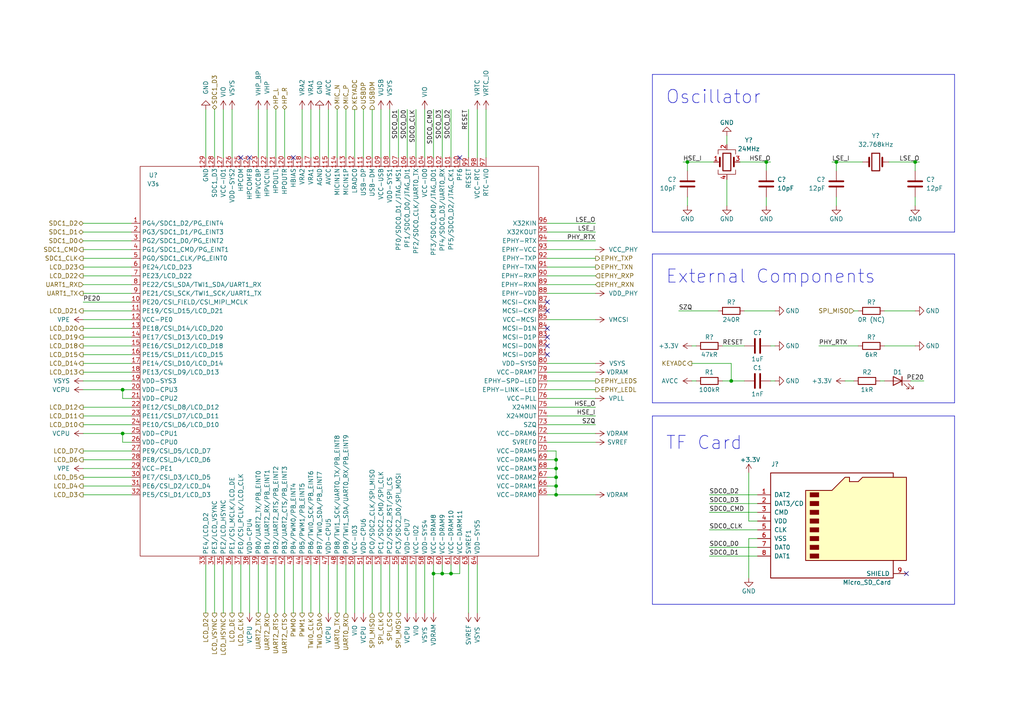
<source format=kicad_sch>
(kicad_sch (version 20230121) (generator eeschema)
  (paper "A4")
  (title_block (title "Allwinner V3s") (date "2023-08-02") (rev "1.0.1"))
  (lib_symbols
    (symbol "Connector:Micro_SD_Card" (pin_names (offset 1.016))
      (property "Reference" "J" (at -16.51 15.24 0))
      (property "Value" "Micro_SD_Card" (at 16.51 15.24 0))
      (symbol "Micro_SD_Card_1_1"
        (pin bidirectional line (at -22.86 7.62 0) (length 3.81) (name "DAT2") (number "1"))
        (pin bidirectional line (at -22.86 5.08 0) (length 3.81) (name "DAT3/CD") (number "2"))
        (pin input line (at -22.86 2.54 0) (length 3.81) (name "CMD") (number "3"))
        (pin power_in line (at -22.86 0 0) (length 3.81) (name "VDD") (number "4"))
        (pin input line (at -22.86 -2.54 0) (length 3.81) (name "CLK") (number "5"))
        (pin power_in line (at -22.86 -5.08 0) (length 3.81) (name "VSS") (number "6"))
        (pin bidirectional line (at -22.86 -7.62 0) (length 3.81) (name "DAT0") (number "7"))
        (pin bidirectional line (at -22.86 -10.16 0) (length 3.81) (name "DAT1") (number "8"))
        (pin passive line (at 20.32 -15.24 180) (length 3.81) (name "SHIELD") (number "9"))
      )
    )
    (symbol "Device:C" (pin_numbers hide) (pin_names (offset 0.254))
      (property "Reference" "C" (at 0.635 2.54 0))
      (property "Value" "C" (at 0.635 -2.54 0))
      (symbol "C_1_1"
        (pin passive line (at 0 3.81 270) (length 2.794) (name "~") (number "1"))
        (pin passive line (at 0 -3.81 90) (length 2.794) (name "~") (number "2"))
      )
    )
    (symbol "Device:Crystal" (pin_numbers hide) (pin_names (offset 1.016) hide)
      (property "Reference" "Y" (at 0 3.81 0))
      (property "Value" "Crystal" (at 0 -3.81 0))
      (symbol "Crystal_1_1"
        (pin passive line (at -3.81 0 0) (length 1.27) (name "1") (number "1"))
        (pin passive line (at 3.81 0 180) (length 1.27) (name "2") (number "2"))
      )
    )
    (symbol "Device:Crystal_GND24" (pin_names (offset 1.016) hide)
      (property "Reference" "Y" (at 3.175 5.08 0))
      (property "Value" "Crystal_GND24" (at 3.175 3.175 0))
      (symbol "Crystal_GND24_1_1"
        (pin passive line (at -3.81 0 0) (length 1.27) (name "1") (number "1"))
        (pin passive line (at 0 5.08 270) (length 1.27) (name "2") (number "2"))
        (pin passive line (at 3.81 0 180) (length 1.27) (name "3") (number "3"))
        (pin passive line (at 0 -5.08 90) (length 1.27) (name "4") (number "4"))
      )
    )
    (symbol "Device:LED" (pin_numbers hide) (pin_names (offset 1.016) hide)
      (property "Reference" "D" (at 0 2.54 0))
      (property "Value" "LED" (at 0 -2.54 0))
      (symbol "LED_1_1"
        (pin passive line (at -3.81 0 0) (length 2.54) (name "K") (number "1"))
        (pin passive line (at 3.81 0 180) (length 2.54) (name "A") (number "2"))
      )
    )
    (symbol "Device:R" (pin_numbers hide) (pin_names (offset 0))
      (property "Reference" "R" (at 2.032 0 90))
      (property "Value" "R" (at 0 0 90))
      (symbol "R_1_1"
        (pin passive line (at 0 3.81 270) (length 1.27) (name "~") (number "1"))
        (pin passive line (at 0 -3.81 90) (length 1.27) (name "~") (number "2"))
      )
    )
    (symbol "power:+3.3V" (power) (pin_names (offset 0))
      (property "Value" "+3.3V" (at 0 3.556 0))
      (symbol "+3.3V_1_1"
        (pin power_in line (at 0 0 90) (length 0) hide (name "+3.3V") (number "1"))
      )
    )
    (symbol "power:GND" (power) (pin_names (offset 0))
      (property "Value" "GND" (at 0 -3.81 0))
      (symbol "GND_1_1"
        (pin power_in line (at 0 0 270) (length 0) hide (name "GND") (number "1"))
      )
    )
    (symbol "v3s_library:AVCC" (power) (in_bom no) (on_board no)
      (property "Value" "AVCC" (at 0 3.556 0))
      (symbol "AVCC_1_1"
        (pin power_in line (at 0 0 90) (length 0) hide (name "AVCC") (number "1"))
      )
    )
    (symbol "v3s_library:SVREF" (power) (in_bom no) (on_board no)
      (property "Value" "SVREF" (at 0 3.556 0))
      (symbol "SVREF_1_1"
        (pin power_in line (at 0 0 90) (length 0) hide (name "SVREF") (number "1"))
      )
    )
    (symbol "v3s_library:V3s"
      (property "Reference" "U" (at 2.54 109.22 0))
      (property "Value" "V3s" (at 3.81 105.41 0))
      (symbol "V3s_0_0"
        (pin bidirectional line (at -2.54 73.66 0) (length 2.54) (name "PE20/CSI_FIELD/CSI_MIPI_MCLK") (number "10"))
        (pin bidirectional line (at 92.71 115.57 270) (length 2.54) (name "PF6") (number "100"))
        (pin bidirectional line (at 90.17 115.57 270) (length 2.54) (name "PF5/SDC0_D2/JTAG_CK1") (number "101"))
        (pin bidirectional line (at 87.63 115.57 270) (length 2.54) (name "PF4/SDC0_D3/UART0_RX") (number "102"))
        (pin bidirectional line (at 85.09 115.57 270) (length 2.54) (name "PF3/SDC0_CMD/JTAG_DO1") (number "103"))
        (pin power_in line (at 82.55 115.57 270) (length 2.54) (name "VCC-IO0") (number "104"))
        (pin bidirectional line (at 80.01 115.57 270) (length 2.54) (name "PF2/SDC0_CLK/UART0_TX") (number "105"))
        (pin bidirectional line (at 77.47 115.57 270) (length 2.54) (name "PF1/SDC0_D0/JTAG_DI1") (number "106"))
        (pin bidirectional line (at 74.93 115.57 270) (length 2.54) (name "PF0/SDC0_D1/JTAG_MS1") (number "107"))
        (pin power_in line (at 72.39 115.57 270) (length 2.54) (name "VDD-SYS1") (number "108"))
        (pin power_in line (at 69.85 115.57 270) (length 2.54) (name "VCC-USB") (number "109"))
        (pin bidirectional line (at -2.54 71.12 0) (length 2.54) (name "PE19/CSI_D15/LCD_D21") (number "11"))
        (pin bidirectional line (at 67.31 115.57 270) (length 2.54) (name "USB-DM") (number "110"))
        (pin bidirectional line (at 64.77 115.57 270) (length 2.54) (name "USB-DP") (number "111"))
        (pin passive line (at 62.23 115.57 270) (length 2.54) (name "LRADC0") (number "112"))
        (pin passive line (at 59.69 115.57 270) (length 2.54) (name "MICIN1P") (number "113"))
        (pin passive line (at 57.15 115.57 270) (length 2.54) (name "MICIN1N") (number "114"))
        (pin power_in line (at 54.61 115.57 270) (length 2.54) (name "AVCC") (number "115"))
        (pin power_in line (at 52.07 115.57 270) (length 2.54) (name "AGND") (number "116"))
        (pin power_in line (at 49.53 115.57 270) (length 2.54) (name "VRA1") (number "117"))
        (pin power_in line (at 46.99 115.57 270) (length 2.54) (name "VRA2") (number "118"))
        (pin passive line (at 44.45 115.57 270) (length 2.54) (name "HBIAS") (number "119"))
        (pin power_in line (at -2.54 68.58 0) (length 2.54) (name "VCC-PE0") (number "12"))
        (pin passive line (at 41.91 115.57 270) (length 2.54) (name "HPOUTR") (number "120"))
        (pin passive line (at 39.37 115.57 270) (length 2.54) (name "HPOUTL") (number "121"))
        (pin power_in line (at 36.83 115.57 270) (length 2.54) (name "HPVCCIN") (number "122"))
        (pin power_in line (at 34.29 115.57 270) (length 2.54) (name "HPVCCBP") (number "123"))
        (pin passive line (at 31.75 115.57 270) (length 2.54) (name "HPCOMFB") (number "124"))
        (pin passive line (at 29.21 115.57 270) (length 2.54) (name "HPCOM") (number "125"))
        (pin power_in line (at 26.67 115.57 270) (length 2.54) (name "VDD-SYS2") (number "126"))
        (pin power_in line (at 24.13 115.57 270) (length 2.54) (name "VCC-IO1") (number "127"))
        (pin passive line (at 21.59 115.57 270) (length 2.54) (name "SDC1_D3") (number "128"))
        (pin power_in line (at 19.05 115.57 270) (length 2.54) (name "GND") (number "129"))
        (pin bidirectional line (at -2.54 66.04 0) (length 2.54) (name "PE18/CSI_D14/LCD_D20") (number "13"))
        (pin bidirectional line (at -2.54 63.5 0) (length 2.54) (name "PE17/CSI_D13/LCD_D19") (number "14"))
        (pin bidirectional line (at -2.54 60.96 0) (length 2.54) (name "PE16/CSI_D12/LCD_D18") (number "15"))
        (pin bidirectional line (at -2.54 58.42 0) (length 2.54) (name "PE15/CSI_D11/LCD_D15") (number "16"))
        (pin bidirectional line (at -2.54 55.88 0) (length 2.54) (name "PE14/CSI_D10/LCD_D14") (number "17"))
        (pin bidirectional line (at -2.54 53.34 0) (length 2.54) (name "PE13/CSI_D9/LCD_D13") (number "18"))
        (pin power_in line (at -2.54 50.8 0) (length 2.54) (name "VDD-SYS3") (number "19"))
        (pin bidirectional line (at -2.54 93.98 0) (length 2.54) (name "PG3/SDC1_D1/PG_EINT3") (number "2"))
        (pin power_in line (at -2.54 48.26 0) (length 2.54) (name "VDD-CPU3") (number "20"))
        (pin power_in line (at -2.54 45.72 0) (length 2.54) (name "VDD-CPU2") (number "21"))
        (pin bidirectional line (at -2.54 43.18 0) (length 2.54) (name "PE12/CSI_D8/LCD_D12") (number "22"))
        (pin bidirectional line (at -2.54 40.64 0) (length 2.54) (name "PE11/CSI_D7/LCD_D11") (number "23"))
        (pin bidirectional line (at -2.54 38.1 0) (length 2.54) (name "PE10/CSI_D6/LCD_D10") (number "24"))
        (pin power_in line (at -2.54 35.56 0) (length 2.54) (name "VDD-CPU1") (number "25"))
        (pin power_in line (at -2.54 33.02 0) (length 2.54) (name "VDD-CPU0") (number "26"))
        (pin bidirectional line (at -2.54 30.48 0) (length 2.54) (name "PE9/CSI_D5/LCD_D7") (number "27"))
        (pin bidirectional line (at -2.54 27.94 0) (length 2.54) (name "PE8/CSI_D4/LCD_D6") (number "28"))
        (pin power_in line (at -2.54 25.4 0) (length 2.54) (name "VCC-PE1") (number "29"))
        (pin bidirectional line (at -2.54 91.44 0) (length 2.54) (name "PG2/SDC1_D0/PG_EINT2") (number "3"))
        (pin bidirectional line (at -2.54 22.86 0) (length 2.54) (name "PE7/CSI_D3/LCD_D5") (number "30"))
        (pin bidirectional line (at -2.54 20.32 0) (length 2.54) (name "PE6/CSI_D2/LCD_D4") (number "31"))
        (pin bidirectional line (at -2.54 17.78 0) (length 2.54) (name "PE5/CSI_D1/LCD_D3") (number "32"))
        (pin bidirectional line (at 19.05 -2.54 90) (length 2.54) (name "PE4/LCD_D2") (number "33"))
        (pin bidirectional line (at 21.59 -2.54 90) (length 2.54) (name "PE3/LCD_VSYNC") (number "34"))
        (pin bidirectional line (at 24.13 -2.54 90) (length 2.54) (name "PE2/LCD_HSYNC") (number "35"))
        (pin bidirectional line (at 26.67 -2.54 90) (length 2.54) (name "PE1/CSI_MCLK/LCD_DE") (number "36"))
        (pin bidirectional line (at 29.21 -2.54 90) (length 2.54) (name "PE0/CSI_PCLK/LCD_CLK") (number "37"))
        (pin power_in line (at 31.75 -2.54 90) (length 2.54) (name "VDD-CPU4") (number "38"))
        (pin bidirectional line (at 34.29 -2.54 90) (length 2.54) (name "PB0/UART2_TX/PB_EINT0") (number "39"))
        (pin bidirectional line (at -2.54 88.9 0) (length 2.54) (name "PG1/SDC1_CMD/PG_EINT1") (number "4"))
        (pin bidirectional line (at 36.83 -2.54 90) (length 2.54) (name "PB1/UART2_RX/PB_EINT1") (number "40"))
        (pin bidirectional line (at 39.37 -2.54 90) (length 2.54) (name "PB2/UART2_RTS/PB_EINT2") (number "41"))
        (pin bidirectional line (at 41.91 -2.54 90) (length 2.54) (name "PB3/UART2_CTS/PB_EINT3") (number "42"))
        (pin bidirectional line (at 44.45 -2.54 90) (length 2.54) (name "PB4/PWM0/PB_EINT4") (number "43"))
        (pin bidirectional line (at 46.99 -2.54 90) (length 2.54) (name "PB5/PWM1/PB_EINT5") (number "44"))
        (pin bidirectional line (at 49.53 -2.54 90) (length 2.54) (name "PB6/TWI0_SCK/PB_EINT6") (number "45"))
        (pin bidirectional line (at 52.07 -2.54 90) (length 2.54) (name "PB7/TWI0_SDA/PB_EINT7") (number "46"))
        (pin power_in line (at 54.61 -2.54 90) (length 2.54) (name "VDD-CPU5") (number "47"))
        (pin bidirectional line (at 57.15 -2.54 90) (length 2.54) (name "PB8/TWI1_SCK/UART0_TX/PB_EINT8") (number "48"))
        (pin bidirectional line (at 59.69 -2.54 90) (length 2.54) (name "PB9/TWI1_SDA/UART0_RX/PB_EINT9") (number "49"))
        (pin bidirectional line (at -2.54 86.36 0) (length 2.54) (name "PG0/SDC1_CLK/PG_EINT0") (number "5"))
        (pin power_in line (at 62.23 -2.54 90) (length 2.54) (name "VCC-IO3") (number "50"))
        (pin bidirectional line (at 64.77 -2.54 90) (length 2.54) (name "VDD-CPU6") (number "51"))
        (pin bidirectional line (at 67.31 -2.54 90) (length 2.54) (name "PC0/SDC2_CLK/SPI_MISO") (number "52"))
        (pin bidirectional line (at 69.85 -2.54 90) (length 2.54) (name "PC1/SDC2_CMD/SPI_CLK") (number "53"))
        (pin bidirectional line (at 72.39 -2.54 90) (length 2.54) (name "PC2/SDC2_RST/SPI_CS") (number "54"))
        (pin bidirectional line (at 74.93 -2.54 90) (length 2.54) (name "PC3/SDC2_D0/SPI_MOSI") (number "55"))
        (pin power_in line (at 77.47 -2.54 90) (length 2.54) (name "VDD-CPU7") (number "56"))
        (pin power_in line (at 80.01 -2.54 90) (length 2.54) (name "VCC-IO2") (number "57"))
        (pin power_in line (at 82.55 -2.54 90) (length 2.54) (name "VDD-SYS4") (number "58"))
        (pin power_in line (at 85.09 -2.54 90) (length 2.54) (name "VCC-DRAM8") (number "59"))
        (pin bidirectional line (at -2.54 83.82 0) (length 2.54) (name "PE24/LCD_D23") (number "6"))
        (pin power_in line (at 87.63 -2.54 90) (length 2.54) (name "VCC-DRAM9") (number "60"))
        (pin power_in line (at 90.17 -2.54 90) (length 2.54) (name "VCC-DRAM10") (number "61"))
        (pin power_in line (at 92.71 -2.54 90) (length 2.54) (name "VCC-DARM11") (number "62"))
        (pin power_in line (at 95.25 -2.54 90) (length 2.54) (name "SVREF1") (number "63"))
        (pin power_in line (at 97.79 -2.54 90) (length 2.54) (name "VDD-SYS5") (number "64"))
        (pin power_in line (at 118.11 17.78 180) (length 2.54) (name "VCC-DRAM0") (number "65"))
        (pin power_in line (at 118.11 20.32 180) (length 2.54) (name "VCC-DRAM1") (number "66"))
        (pin power_in line (at 118.11 22.86 180) (length 2.54) (name "VCC-DRAM2") (number "67"))
        (pin power_in line (at 118.11 25.4 180) (length 2.54) (name "VCC-DRAM3") (number "68"))
        (pin power_in line (at 118.11 27.94 180) (length 2.54) (name "VCC-DRAM4") (number "69"))
        (pin bidirectional line (at -2.54 81.28 0) (length 2.54) (name "PE23/LCD_D22") (number "7"))
        (pin power_in line (at 118.11 30.48 180) (length 2.54) (name "VCC-DRAM5") (number "70"))
        (pin power_in line (at 118.11 33.02 180) (length 2.54) (name "SVREF0") (number "71"))
        (pin power_in line (at 118.11 35.56 180) (length 2.54) (name "VCC-DRAM6") (number "72"))
        (pin passive line (at 118.11 38.1 180) (length 2.54) (name "SZQ") (number "73"))
        (pin passive line (at 118.11 40.64 180) (length 2.54) (name "X24MOUT") (number "74"))
        (pin passive line (at 118.11 43.18 180) (length 2.54) (name "X24MIN") (number "75"))
        (pin power_in line (at 118.11 45.72 180) (length 2.54) (name "VCC-PLL") (number "76"))
        (pin output line (at 118.11 48.26 180) (length 2.54) (name "EPHY-LINK-LED") (number "77"))
        (pin output line (at 118.11 50.8 180) (length 2.54) (name "EPHY-SPD-LED") (number "78"))
        (pin power_in line (at 118.11 53.34 180) (length 2.54) (name "VCC-DRAM7") (number "79"))
        (pin bidirectional line (at -2.54 78.74 0) (length 2.54) (name "PE22/CSI_SDA/TWI1_SDA/UART1_RX") (number "8"))
        (pin power_in line (at 118.11 55.88 180) (length 2.54) (name "VDD-SYS0") (number "80"))
        (pin bidirectional line (at 118.11 58.42 180) (length 2.54) (name "MCSI-D0P") (number "81"))
        (pin bidirectional line (at 118.11 60.96 180) (length 2.54) (name "MCSI-D0N") (number "82"))
        (pin bidirectional line (at 118.11 63.5 180) (length 2.54) (name "MCSI-D1P") (number "83"))
        (pin bidirectional line (at 118.11 66.04 180) (length 2.54) (name "MCSI-D1N") (number "84"))
        (pin power_in line (at 118.11 68.58 180) (length 2.54) (name "VCC-MCSI") (number "85"))
        (pin bidirectional line (at 118.11 71.12 180) (length 2.54) (name "MCSI-CKP") (number "86"))
        (pin bidirectional line (at 118.11 73.66 180) (length 2.54) (name "MCSI-CKN") (number "87"))
        (pin power_in line (at 118.11 76.2 180) (length 2.54) (name "EPHY-VDD") (number "88"))
        (pin input line (at 118.11 78.74 180) (length 2.54) (name "EPHY-RXN") (number "89"))
        (pin bidirectional line (at -2.54 76.2 0) (length 2.54) (name "PE21/CSI_SCK/TWI1_SCK/UART1_TX") (number "9"))
        (pin input line (at 118.11 81.28 180) (length 2.54) (name "EPHY-RXP") (number "90"))
        (pin output line (at 118.11 83.82 180) (length 2.54) (name "EPHY-TXN") (number "91"))
        (pin output line (at 118.11 86.36 180) (length 2.54) (name "EPHY-TXP") (number "92"))
        (pin power_in line (at 118.11 88.9 180) (length 2.54) (name "EPHY-VCC") (number "93"))
        (pin passive line (at 118.11 91.44 180) (length 2.54) (name "EPHY-RTX") (number "94"))
        (pin passive line (at 118.11 93.98 180) (length 2.54) (name "X32KOUT") (number "95"))
        (pin passive line (at 118.11 96.52 180) (length 2.54) (name "X32KIN") (number "96"))
        (pin power_in line (at 100.33 115.57 270) (length 2.54) (name "RTC-VIO") (number "97"))
        (pin power_in line (at 97.79 115.57 270) (length 2.54) (name "VCC-RTC") (number "98"))
        (pin input line (at 95.25 115.57 270) (length 2.54) (name "RESET") (number "99"))
      )
      (symbol "V3s_1_1"
        (pin bidirectional line (at -2.54 96.52 0) (length 2.54) (name "PG4/SDC1_D2/PG_EINT4") (number "1"))
      )
    )
    (symbol "v3s_library:VCC_PHY" (power) (in_bom no) (on_board no)
      (property "Value" "VCC_PHY" (at 0 3.81 0))
      (symbol "VCC_PHY_1_1"
        (pin power_in line (at 0 0 90) (length 0) hide (name "VCC_PHY") (number "1"))
      )
    )
    (symbol "v3s_library:VCPU" (power) (in_bom no) (on_board no)
      (property "Value" "VCPU" (at 0 3.556 0))
      (symbol "VCPU_1_1"
        (pin power_in line (at 0 0 90) (length 0) hide (name "VCPU") (number "1"))
      )
    )
    (symbol "v3s_library:VDD_PHY" (power) (in_bom no) (on_board no)
      (property "Value" "VDD_PHY" (at 0 3.81 0))
      (symbol "VDD_PHY_1_1"
        (pin power_in line (at 0 0 90) (length 0) hide (name "VDD_PHY") (number "1"))
      )
    )
    (symbol "v3s_library:VDRAM" (power) (in_bom no) (on_board no)
      (property "Value" "VDRAM" (at 0 3.556 0))
      (symbol "VDRAM_1_1"
        (pin power_in line (at 0 0 90) (length 0) hide (name "VDRAM") (number "1"))
      )
    )
    (symbol "v3s_library:VHP" (power) (in_bom no) (on_board no)
      (property "Value" "VHP" (at 0 3.556 0))
      (symbol "VHP_1_1"
        (pin power_in line (at 0 0 90) (length 0) hide (name "VHP") (number "1"))
      )
    )
    (symbol "v3s_library:VHP_BP" (power) (in_bom no) (on_board no)
      (property "Value" "VHP_BP" (at 0 3.81 0))
      (symbol "VHP_BP_1_1"
        (pin power_in line (at 0 0 90) (length 0) hide (name "VHP_BP") (number "1"))
      )
    )
    (symbol "v3s_library:VIO" (power) (in_bom no) (on_board no)
      (property "Value" "VIO" (at 0 3.81 0))
      (symbol "VIO_1_1"
        (pin power_in line (at 0 0 90) (length 0) hide (name "VIO") (number "1"))
      )
    )
    (symbol "v3s_library:VMCSI" (power) (in_bom no) (on_board no)
      (property "Value" "VMCSI" (at 0 3.556 0))
      (symbol "VMCSI_1_1"
        (pin power_in line (at 0 0 90) (length 0) hide (name "VMCSI") (number "1"))
      )
    )
    (symbol "v3s_library:VPE" (power) (in_bom no) (on_board no)
      (property "Value" "VPE" (at 0 3.556 0))
      (symbol "VPE_1_1"
        (pin power_in line (at 0 0 90) (length 0) hide (name "VPE") (number "1"))
      )
    )
    (symbol "v3s_library:VPLL" (power) (in_bom no) (on_board no)
      (property "Value" "VPLL" (at 0 3.81 0))
      (symbol "VPLL_1_1"
        (pin power_in line (at 0 0 90) (length 0) hide (name "VPLL") (number "1"))
      )
    )
    (symbol "v3s_library:VRA1" (power) (in_bom no) (on_board no)
      (property "Value" "VRA1" (at 0 3.556 0))
      (symbol "VRA1_1_1"
        (pin power_in line (at 0 0 90) (length 0) hide (name "VRA1") (number "1"))
      )
    )
    (symbol "v3s_library:VRA2" (power) (in_bom no) (on_board no)
      (property "Value" "VRA2" (at 0 3.556 0))
      (symbol "VRA2_1_1"
        (pin power_in line (at 0 0 90) (length 0) hide (name "VRA2") (number "1"))
      )
    )
    (symbol "v3s_library:VRTC" (power) (in_bom no) (on_board no)
      (property "Value" "VRTC" (at 0 3.556 0))
      (symbol "VRTC_1_1"
        (pin power_in line (at 0 0 90) (length 0) hide (name "VRTC") (number "1"))
      )
    )
    (symbol "v3s_library:VRTC_IO" (power) (in_bom no) (on_board no)
      (property "Value" "VRTC_IO" (at 0 3.81 0))
      (symbol "VRTC_IO_1_1"
        (pin power_in line (at 0 0 90) (length 0) hide (name "VRTC_IO") (number "1"))
      )
    )
    (symbol "v3s_library:VSYS" (power) (in_bom no) (on_board no)
      (property "Value" "VSYS" (at 0 3.556 0))
      (symbol "VSYS_1_1"
        (pin power_in line (at 0 0 90) (length 0) hide (name "VSYS") (number "1"))
      )
    )
    (symbol "v3s_library:VUSB" (power) (in_bom no) (on_board no)
      (property "Value" "VUSB" (at 0 3.556 0))
      (symbol "VUSB_1_1"
        (pin power_in line (at 0 0 90) (length 0) hide (name "VUSB") (number "1"))
      )
    )
  )
  (junction (at 128.27 166.37))
  (junction (at 199.39 46.99))
  (junction (at 265.43 46.99))
  (junction (at 161.29 140.97))
  (junction (at 212.09 110.49))
  (junction (at 222.25 46.99))
  (junction (at 35.56 125.73))
  (junction (at 242.57 46.99))
  (junction (at 161.29 143.51))
  (junction (at 161.29 135.89))
  (junction (at 161.29 138.43))
  (junction (at 35.56 113.03))
  (junction (at 161.29 133.35))
  (junction (at 130.81 166.37))
  (junction (at 125.73 166.37))
  (no_connect (at 69.85 45.72))
  (no_connect (at 158.75 102.87))
  (no_connect (at 158.75 100.33))
  (no_connect (at 158.75 97.79))
  (no_connect (at 158.75 95.25))
  (no_connect (at 158.75 87.63))
  (no_connect (at 158.75 90.17))
  (no_connect (at 85.09 45.72))
  (no_connect (at 262.89 166.37))
  (no_connect (at 133.35 45.72))
  (no_connect (at 72.39 45.72))
  (wire (pts (xy 130.81 166.37) (xy 128.27 166.37)))
  (wire (pts (xy 256.54 100.33) (xy 265.43 100.33)))
  (wire (pts (xy 158.75 130.81) (xy 161.29 130.81)))
  (wire (pts (xy 214.63 46.99) (xy 222.25 46.99)))
  (wire (pts (xy 38.1 115.57) (xy 35.56 115.57)))
  (wire (pts (xy 97.79 177.8) (xy 97.79 163.83)))
  (wire (pts (xy 242.57 57.15) (xy 242.57 59.69)))
  (wire (pts (xy 77.47 31.75) (xy 77.47 45.72)))
  (wire (pts (xy 24.13 82.55) (xy 38.1 82.55)))
  (wire (pts (xy 199.39 49.53) (xy 199.39 46.99)))
  (wire (pts (xy 72.39 177.8) (xy 72.39 163.83)))
  (wire (pts (xy 110.49 163.83) (xy 110.49 177.8)))
  (wire (pts (xy 161.29 135.89) (xy 161.29 138.43)))
  (wire (pts (xy 198.12 46.99) (xy 199.39 46.99)))
  (wire (pts (xy 158.75 140.97) (xy 161.29 140.97)))
  (wire (pts (xy 172.72 128.27) (xy 158.75 128.27)))
  (wire (pts (xy 24.13 107.95) (xy 38.1 107.95)))
  (wire (pts (xy 205.74 143.51) (xy 219.71 143.51)))
  (wire (pts (xy 24.13 77.47) (xy 38.1 77.47)))
  (wire (pts (xy 205.74 161.29) (xy 219.71 161.29)))
  (wire (pts (xy 87.63 177.8) (xy 87.63 163.83)))
  (wire (pts (xy 172.72 113.03) (xy 158.75 113.03)))
  (wire (pts (xy 24.13 74.93) (xy 38.1 74.93)))
  (wire (pts (xy 105.41 177.8) (xy 105.41 163.83)))
  (wire (pts (xy 158.75 133.35) (xy 161.29 133.35)))
  (wire (pts (xy 100.33 31.75) (xy 100.33 45.72)))
  (wire (pts (xy 215.9 90.17) (xy 224.79 90.17)))
  (wire (pts (xy 62.23 31.75) (xy 62.23 45.72)))
  (wire (pts (xy 172.72 74.93) (xy 158.75 74.93)))
  (wire (pts (xy 59.69 31.75) (xy 59.69 45.72)))
  (wire (pts (xy 97.79 31.75) (xy 97.79 45.72)))
  (wire (pts (xy 223.52 110.49) (xy 224.79 110.49)))
  (wire (pts (xy 222.25 57.15) (xy 222.25 59.69)))
  (wire (pts (xy 128.27 163.83) (xy 128.27 166.37)))
  (wire (pts (xy 265.43 57.15) (xy 265.43 59.69)))
  (polyline (pts (xy 276.86 120.65) (xy 276.86 175.26)))
  (wire (pts (xy 172.72 92.71) (xy 158.75 92.71)))
  (wire (pts (xy 69.85 177.8) (xy 69.85 163.83)))
  (wire (pts (xy 130.81 163.83) (xy 130.81 166.37)))
  (polyline (pts (xy 189.23 73.66) (xy 276.86 73.66)))
  (wire (pts (xy 172.72 69.85) (xy 158.75 69.85)))
  (polyline (pts (xy 276.86 175.26) (xy 189.23 175.26)))
  (wire (pts (xy 24.13 143.51) (xy 38.1 143.51)))
  (wire (pts (xy 24.13 123.19) (xy 38.1 123.19)))
  (wire (pts (xy 133.35 166.37) (xy 130.81 166.37)))
  (wire (pts (xy 172.72 110.49) (xy 158.75 110.49)))
  (wire (pts (xy 172.72 80.01) (xy 158.75 80.01)))
  (wire (pts (xy 135.89 31.75) (xy 135.89 45.72)))
  (wire (pts (xy 92.71 31.75) (xy 92.71 45.72)))
  (wire (pts (xy 172.72 107.95) (xy 158.75 107.95)))
  (wire (pts (xy 24.13 130.81) (xy 38.1 130.81)))
  (polyline (pts (xy 189.23 21.59) (xy 189.23 67.31)))
  (wire (pts (xy 35.56 115.57) (xy 35.56 113.03)))
  (polyline (pts (xy 276.86 67.31) (xy 189.23 67.31)))
  (wire (pts (xy 219.71 151.13) (xy 217.17 151.13)))
  (wire (pts (xy 102.87 31.75) (xy 102.87 45.72)))
  (wire (pts (xy 205.74 146.05) (xy 219.71 146.05)))
  (wire (pts (xy 24.13 105.41) (xy 38.1 105.41)))
  (wire (pts (xy 128.27 166.37) (xy 125.73 166.37)))
  (wire (pts (xy 200.66 105.41) (xy 212.09 105.41)))
  (wire (pts (xy 161.29 140.97) (xy 161.29 143.51)))
  (wire (pts (xy 115.57 31.75) (xy 115.57 45.72)))
  (wire (pts (xy 80.01 177.8) (xy 80.01 163.83)))
  (wire (pts (xy 113.03 163.83) (xy 113.03 177.8)))
  (wire (pts (xy 64.77 31.75) (xy 64.77 45.72)))
  (wire (pts (xy 237.49 100.33) (xy 248.92 100.33)))
  (wire (pts (xy 24.13 135.89) (xy 38.1 135.89)))
  (wire (pts (xy 207.01 46.99) (xy 199.39 46.99)))
  (wire (pts (xy 67.31 177.8) (xy 67.31 163.83)))
  (polyline (pts (xy 189.23 120.65) (xy 189.23 175.26)))
  (wire (pts (xy 123.19 31.75) (xy 123.19 45.72)))
  (wire (pts (xy 24.13 113.03) (xy 35.56 113.03)))
  (wire (pts (xy 158.75 123.19) (xy 172.72 123.19)))
  (wire (pts (xy 82.55 31.75) (xy 82.55 45.72)))
  (wire (pts (xy 24.13 133.35) (xy 38.1 133.35)))
  (wire (pts (xy 62.23 177.8) (xy 62.23 163.83)))
  (wire (pts (xy 222.25 46.99) (xy 223.52 46.99)))
  (polyline (pts (xy 189.23 21.59) (xy 276.86 21.59)))
  (wire (pts (xy 161.29 143.51) (xy 158.75 143.51)))
  (wire (pts (xy 158.75 67.31) (xy 172.72 67.31)))
  (wire (pts (xy 24.13 110.49) (xy 38.1 110.49)))
  (wire (pts (xy 24.13 92.71) (xy 38.1 92.71)))
  (wire (pts (xy 172.72 115.57) (xy 158.75 115.57)))
  (wire (pts (xy 265.43 49.53) (xy 265.43 46.99)))
  (wire (pts (xy 210.82 41.91) (xy 210.82 39.37)))
  (wire (pts (xy 172.72 85.09) (xy 158.75 85.09)))
  (wire (pts (xy 35.56 128.27) (xy 35.56 125.73)))
  (wire (pts (xy 209.55 100.33) (xy 215.9 100.33)))
  (wire (pts (xy 205.74 158.75) (xy 219.71 158.75)))
  (wire (pts (xy 199.39 57.15) (xy 199.39 59.69)))
  (wire (pts (xy 80.01 31.75) (xy 80.01 45.72)))
  (wire (pts (xy 24.13 120.65) (xy 38.1 120.65)))
  (wire (pts (xy 138.43 45.72) (xy 138.43 31.75)))
  (wire (pts (xy 161.29 133.35) (xy 161.29 135.89)))
  (wire (pts (xy 212.09 110.49) (xy 215.9 110.49)))
  (wire (pts (xy 161.29 130.81) (xy 161.29 133.35)))
  (wire (pts (xy 35.56 125.73) (xy 38.1 125.73)))
  (wire (pts (xy 255.27 110.49) (xy 256.54 110.49)))
  (wire (pts (xy 118.11 177.8) (xy 118.11 163.83)))
  (wire (pts (xy 24.13 140.97) (xy 38.1 140.97)))
  (wire (pts (xy 24.13 95.25) (xy 38.1 95.25)))
  (wire (pts (xy 200.66 100.33) (xy 201.93 100.33)))
  (wire (pts (xy 241.3 46.99) (xy 242.57 46.99)))
  (wire (pts (xy 200.66 110.49) (xy 201.93 110.49)))
  (wire (pts (xy 247.65 90.17) (xy 248.92 90.17)))
  (wire (pts (xy 113.03 31.75) (xy 113.03 45.72)))
  (wire (pts (xy 82.55 177.8) (xy 82.55 163.83)))
  (wire (pts (xy 257.81 46.99) (xy 265.43 46.99)))
  (wire (pts (xy 196.85 90.17) (xy 208.28 90.17)))
  (wire (pts (xy 107.95 163.83) (xy 107.95 177.8)))
  (wire (pts (xy 219.71 156.21) (xy 217.17 156.21)))
  (wire (pts (xy 115.57 163.83) (xy 115.57 177.8)))
  (wire (pts (xy 140.97 45.72) (xy 140.97 31.75)))
  (wire (pts (xy 158.75 135.89) (xy 161.29 135.89)))
  (wire (pts (xy 205.74 153.67) (xy 219.71 153.67)))
  (polyline (pts (xy 276.86 116.84) (xy 189.23 116.84)))
  (wire (pts (xy 125.73 31.75) (xy 125.73 45.72)))
  (wire (pts (xy 172.72 77.47) (xy 158.75 77.47)))
  (wire (pts (xy 123.19 177.8) (xy 123.19 163.83)))
  (wire (pts (xy 92.71 177.8) (xy 92.71 163.83)))
  (wire (pts (xy 217.17 156.21) (xy 217.17 167.64)))
  (polyline (pts (xy 189.23 120.65) (xy 276.86 120.65)))
  (wire (pts (xy 59.69 177.8) (xy 59.69 163.83)))
  (wire (pts (xy 24.13 69.85) (xy 38.1 69.85)))
  (wire (pts (xy 110.49 31.75) (xy 110.49 45.72)))
  (wire (pts (xy 242.57 49.53) (xy 242.57 46.99)))
  (wire (pts (xy 172.72 125.73) (xy 158.75 125.73)))
  (wire (pts (xy 172.72 143.51) (xy 161.29 143.51)))
  (wire (pts (xy 90.17 177.8) (xy 90.17 163.83)))
  (wire (pts (xy 256.54 90.17) (xy 265.43 90.17)))
  (wire (pts (xy 100.33 177.8) (xy 100.33 163.83)))
  (wire (pts (xy 172.72 82.55) (xy 158.75 82.55)))
  (wire (pts (xy 74.93 31.75) (xy 74.93 45.72)))
  (wire (pts (xy 90.17 31.75) (xy 90.17 45.72)))
  (wire (pts (xy 38.1 128.27) (xy 35.56 128.27)))
  (wire (pts (xy 24.13 87.63) (xy 38.1 87.63)))
  (wire (pts (xy 133.35 163.83) (xy 133.35 166.37)))
  (wire (pts (xy 24.13 80.01) (xy 38.1 80.01)))
  (wire (pts (xy 209.55 110.49) (xy 212.09 110.49)))
  (wire (pts (xy 120.65 177.8) (xy 120.65 163.83)))
  (wire (pts (xy 24.13 118.11) (xy 38.1 118.11)))
  (wire (pts (xy 24.13 72.39) (xy 38.1 72.39)))
  (wire (pts (xy 77.47 177.8) (xy 77.47 163.83)))
  (wire (pts (xy 118.11 31.75) (xy 118.11 45.72)))
  (wire (pts (xy 24.13 125.73) (xy 35.56 125.73)))
  (wire (pts (xy 125.73 166.37) (xy 125.73 177.8)))
  (wire (pts (xy 95.25 31.75) (xy 95.25 45.72)))
  (wire (pts (xy 87.63 31.75) (xy 87.63 45.72)))
  (wire (pts (xy 250.19 46.99) (xy 242.57 46.99)))
  (wire (pts (xy 64.77 177.8) (xy 64.77 163.83)))
  (polyline (pts (xy 276.86 73.66) (xy 276.86 116.84)))
  (wire (pts (xy 210.82 52.07) (xy 210.82 59.69)))
  (wire (pts (xy 223.52 100.33) (xy 224.79 100.33)))
  (polyline (pts (xy 276.86 21.59) (xy 276.86 67.31)))
  (wire (pts (xy 95.25 177.8) (xy 95.25 163.83)))
  (wire (pts (xy 128.27 31.75) (xy 128.27 45.72)))
  (wire (pts (xy 135.89 177.8) (xy 135.89 163.83)))
  (wire (pts (xy 107.95 31.75) (xy 107.95 45.72)))
  (polyline (pts (xy 189.23 73.66) (xy 189.23 116.84)))
  (wire (pts (xy 24.13 97.79) (xy 38.1 97.79)))
  (wire (pts (xy 35.56 113.03) (xy 38.1 113.03)))
  (wire (pts (xy 247.65 110.49) (xy 245.11 110.49)))
  (wire (pts (xy 217.17 137.16) (xy 217.17 151.13)))
  (wire (pts (xy 158.75 118.11) (xy 172.72 118.11)))
  (wire (pts (xy 130.81 31.75) (xy 130.81 45.72)))
  (wire (pts (xy 158.75 120.65) (xy 172.72 120.65)))
  (wire (pts (xy 125.73 166.37) (xy 125.73 163.83)))
  (wire (pts (xy 172.72 105.41) (xy 158.75 105.41)))
  (wire (pts (xy 67.31 31.75) (xy 67.31 45.72)))
  (wire (pts (xy 24.13 85.09) (xy 38.1 85.09)))
  (wire (pts (xy 24.13 67.31) (xy 38.1 67.31)))
  (wire (pts (xy 24.13 102.87) (xy 38.1 102.87)))
  (wire (pts (xy 85.09 177.8) (xy 85.09 163.83)))
  (wire (pts (xy 212.09 105.41) (xy 212.09 110.49)))
  (wire (pts (xy 205.74 148.59) (xy 219.71 148.59)))
  (wire (pts (xy 222.25 49.53) (xy 222.25 46.99)))
  (wire (pts (xy 265.43 46.99) (xy 266.7 46.99)))
  (wire (pts (xy 102.87 177.8) (xy 102.87 163.83)))
  (wire (pts (xy 120.65 31.75) (xy 120.65 45.72)))
  (wire (pts (xy 138.43 177.8) (xy 138.43 163.83)))
  (wire (pts (xy 161.29 138.43) (xy 161.29 140.97)))
  (wire (pts (xy 158.75 64.77) (xy 172.72 64.77)))
  (wire (pts (xy 24.13 64.77) (xy 38.1 64.77)))
  (wire (pts (xy 267.97 110.49) (xy 264.16 110.49)))
  (wire (pts (xy 24.13 138.43) (xy 38.1 138.43)))
  (wire (pts (xy 24.13 90.17) (xy 38.1 90.17)))
  (wire (pts (xy 158.75 138.43) (xy 161.29 138.43)))
  (wire (pts (xy 105.41 31.75) (xy 105.41 45.72)))
  (wire (pts (xy 172.72 72.39) (xy 158.75 72.39)))
  (wire (pts (xy 24.13 100.33) (xy 38.1 100.33)))
  (wire (pts (xy 74.93 177.8) (xy 74.93 163.83)))
  (text "External Components" (at 193.04 82.55 0) (effects (font (size 3.81 3.81)) (justify left bottom)))
  (text "TF Card" (at 193.04 130.81 0) (effects (font (size 3.81 3.81)) (justify left bottom)))
  (text "Oscillator" (at 193.04 30.48 0) (effects (font (size 3.81 3.81)) (justify left bottom)))
  (label "LSE_I" (at 172.72 67.31 180))
  (label "PE20" (at 267.97 110.49 180))
  (label "SDC0_D3" (at 128.27 31.75 270))
  (label "HSE_O" (at 223.52 46.99 180))
  (label "SDC0_CMD" (at 205.74 148.59 0))
  (label "SDC0_CMD" (at 125.73 31.75 270))
  (label "PE20" (at 24.13 87.63 0))
  (label "SDC0_CLK" (at 120.65 31.75 270))
  (label "HSE_I" (at 198.12 46.99 0))
  (label "HSE_I" (at 172.72 120.65 180))
  (label "LSE_O" (at 266.7 46.99 180))
  (label "PHY_RTX" (at 172.72 69.85 180))
  (label "SDC0_D1" (at 115.57 31.75 270))
  (label "SDC0_D0" (at 205.74 158.75 0))
  (label "SDC0_D2" (at 130.81 31.75 270))
  (label "RESET" (at 135.89 31.75 270))
  (label "RESET" (at 209.55 100.33 0))
  (label "LSE_O" (at 172.72 64.77 180))
  (label "LSE_I" (at 241.3 46.99 0))
  (label "SDC0_D2" (at 205.74 143.51 0))
  (label "SZQ" (at 172.72 123.19 180))
  (label "HSE_O" (at 172.72 118.11 180))
  (label "SDC0_D1" (at 205.74 161.29 0))
  (label "SDC0_CLK" (at 205.74 153.67 0))
  (label "SZQ" (at 196.85 90.17 0))
  (label "SDC0_D0" (at 118.11 31.75 270))
  (label "SDC0_D3" (at 205.74 146.05 0))
  (label "PHY_RTX" (at 237.49 100.33 0))
  (hierarchical_label "MIC_N" (shape bidirectional) (at 97.79 31.75 90))
  (hierarchical_label "LCD_VSYNC" (shape output) (at 62.23 177.8 270))
  (hierarchical_label "SDC1_D2" (shape bidirectional) (at 24.13 64.77 180))
  (hierarchical_label "KEYADC" (shape output) (at 200.66 105.41 180))
  (hierarchical_label "LCD_D3" (shape output) (at 24.13 143.51 180))
  (hierarchical_label "SPI_MISO" (shape input) (at 107.95 177.8 270))
  (hierarchical_label "MIC_P" (shape bidirectional) (at 100.33 31.75 90))
  (hierarchical_label "LCD_D11" (shape output) (at 24.13 120.65 180))
  (hierarchical_label "SDC1_D1" (shape bidirectional) (at 24.13 67.31 180))
  (hierarchical_label "PWM1" (shape output) (at 87.63 177.8 270))
  (hierarchical_label "LCD_D23" (shape output) (at 24.13 77.47 180))
  (hierarchical_label "LCD_D5" (shape output) (at 24.13 138.43 180))
  (hierarchical_label "HP_R" (shape bidirectional) (at 82.55 31.75 90))
  (hierarchical_label "UART2_RX" (shape input) (at 77.47 177.8 270))
  (hierarchical_label "UART1_RX" (shape input) (at 24.13 82.55 180))
  (hierarchical_label "LCD_D22" (shape output) (at 24.13 80.01 180))
  (hierarchical_label "UART0_TX" (shape output) (at 97.79 177.8 270))
  (hierarchical_label "SDC1_CMD" (shape output) (at 24.13 72.39 180))
  (hierarchical_label "LCD_D6" (shape output) (at 24.13 133.35 180))
  (hierarchical_label "TWI0_CLK" (shape output) (at 90.17 177.8 270))
  (hierarchical_label "SDC1_CLK" (shape output) (at 24.13 74.93 180))
  (hierarchical_label "LCD_D13" (shape output) (at 24.13 107.95 180))
  (hierarchical_label "LCD_D7" (shape output) (at 24.13 130.81 180))
  (hierarchical_label "LCD_D19" (shape output) (at 24.13 97.79 180))
  (hierarchical_label "EPHY_RXP" (shape input) (at 172.72 80.01 0))
  (hierarchical_label "EPHY_TXN" (shape output) (at 172.72 77.47 0))
  (hierarchical_label "USBDP" (shape bidirectional) (at 105.41 31.75 90))
  (hierarchical_label "LCD_D4" (shape output) (at 24.13 140.97 180))
  (hierarchical_label "SPI_MISO" (shape input) (at 247.65 90.17 180))
  (hierarchical_label "SPI_MOSI" (shape output) (at 115.57 177.8 270))
  (hierarchical_label "LCD_D2" (shape output) (at 59.69 177.8 270))
  (hierarchical_label "SDC1_D0" (shape bidirectional) (at 24.13 69.85 180))
  (hierarchical_label "EPHY_LEDS" (shape output) (at 172.72 110.49 0))
  (hierarchical_label "TWI0_SDA" (shape bidirectional) (at 92.71 177.8 270))
  (hierarchical_label "UART0_RX" (shape input) (at 100.33 177.8 270))
  (hierarchical_label "SPI_CS" (shape output) (at 113.03 177.8 270))
  (hierarchical_label "SPI_CLK" (shape output) (at 110.49 177.8 270))
  (hierarchical_label "UART2_RTS" (shape bidirectional) (at 80.01 177.8 270))
  (hierarchical_label "USBDM" (shape output) (at 107.95 31.75 90))
  (hierarchical_label "UART2_TX" (shape output) (at 74.93 177.8 270))
  (hierarchical_label "EPHY_TXP" (shape output) (at 172.72 74.93 0))
  (hierarchical_label "SDC1_D3" (shape bidirectional) (at 62.23 31.75 90))
  (hierarchical_label "KEYADC" (shape output) (at 102.87 31.75 90))
  (hierarchical_label "EPHY_RXN" (shape input) (at 172.72 82.55 0))
  (hierarchical_label "LCD_CLK" (shape output) (at 69.85 177.8 270))
  (hierarchical_label "LCD_D18" (shape output) (at 24.13 100.33 180))
  (hierarchical_label "EPHY_LEDL" (shape output) (at 172.72 113.03 0))
  (hierarchical_label "UART2_CTS" (shape bidirectional) (at 82.55 177.8 270))
  (hierarchical_label "PWM0" (shape output) (at 85.09 177.8 270))
  (hierarchical_label "LCD_D15" (shape output) (at 24.13 102.87 180))
  (hierarchical_label "HP_L" (shape bidirectional) (at 80.01 31.75 90))
  (hierarchical_label "LCD_D21" (shape output) (at 24.13 90.17 180))
  (hierarchical_label "LCD_DE" (shape output) (at 67.31 177.8 270))
  (hierarchical_label "LCD_D14" (shape output) (at 24.13 105.41 180))
  (hierarchical_label "LCD_D20" (shape output) (at 24.13 95.25 180))
  (hierarchical_label "LCD_D10" (shape output) (at 24.13 123.19 180))
  (hierarchical_label "LCD_D12" (shape output) (at 24.13 118.11 180))
  (hierarchical_label "UART1_TX" (shape output) (at 24.13 85.09 180))
  (hierarchical_label "LCD_HSYNC" (shape output) (at 64.77 177.8 270))
  (symbol (lib_id "v3s_library:VDRAM") (at 125.73 177.8 180) (unit 1) (in_bom no) (on_board no)
    (property "Reference" "#PWR?" (effects hide))
    (property "Value" "VDRAM" (at 125.73 184.15 90))
  )
  (symbol (lib_id "v3s_library:VRA1") (at 90.17 31.75 0) (unit 1) (in_bom no) (on_board no)
    (property "Reference" "#PWR?" (effects hide))
    (property "Value" "VRA1" (at 90.17 25.4 90))
  )
  (symbol (lib_id "power:GND") (at 242.57 59.69 0) (mirror y) (unit 1)
    (property "Reference" "#PWR?" (effects hide))
    (property "Value" "GND" (at 242.57 63.5 0))
  )
  (symbol (lib_id "v3s_library:VPLL") (at 172.72 115.57 270) (unit 1) (in_bom no) (on_board no)
    (property "Reference" "#PWR?" (effects hide))
    (property "Value" "VPLL" (at 176.53 115.57 90) (effects (justify left)))
  )
  (symbol (lib_id "power:+3.3V") (at 245.11 110.49 90) (mirror x) (unit 1)
    (property "Reference" "#PWR03" (effects hide))
    (property "Value" "+3.3V" (at 241.3 110.49 90) (effects (justify left)))
  )
  (symbol (lib_id "power:GND") (at 217.17 167.64 0) (mirror y) (unit 1)
    (property "Reference" "#PWR?" (effects hide))
    (property "Value" "GND" (at 217.17 171.45 0))
  )
  (symbol (lib_id "v3s_library:VSYS") (at 172.72 105.41 270) (unit 1) (in_bom no) (on_board no)
    (property "Reference" "#PWR?" (effects hide))
    (property "Value" "VSYS" (at 179.07 105.41 90))
  )
  (symbol (lib_id "v3s_library:VCPU") (at 24.13 113.03 90) (unit 1) (in_bom no) (on_board no)
    (property "Reference" "#PWR?" (effects hide))
    (property "Value" "VCPU" (at 20.32 113.0299 90) (effects (justify left)))
  )
  (symbol (lib_id "v3s_library:VIO") (at 123.19 31.75 0) (unit 1) (in_bom no) (on_board no)
    (property "Reference" "#PWR?" (effects hide))
    (property "Value" "VIO" (at 123.19 26.67 90))
  )
  (symbol (lib_id "v3s_library:VMCSI") (at 172.72 92.71 270) (unit 1) (in_bom no) (on_board no)
    (property "Reference" "#PWR?" (effects hide))
    (property "Value" "VMCSI" (at 176.53 92.71 90) (effects (justify left)))
  )
  (symbol (lib_id "power:GND") (at 210.82 39.37 0) (mirror x) (unit 1)
    (property "Reference" "#PWR?" (effects hide))
    (property "Value" "GND" (at 210.82 35.56 0))
  )
  (symbol (lib_id "v3s_library:VIO") (at 64.77 31.75 0) (unit 1) (in_bom no) (on_board no)
    (property "Reference" "#PWR?" (effects hide))
    (property "Value" "VIO" (at 64.77 26.67 90))
  )
  (symbol (lib_id "v3s_library:AVCC") (at 95.25 31.75 0) (unit 1) (in_bom no) (on_board no)
    (property "Reference" "#PWR?" (effects hide))
    (property "Value" "AVCC" (at 95.25 25.4 90))
  )
  (symbol (lib_id "Device:R") (at 252.73 90.17 90) (unit 1)
    (property "Reference" "R?" (at 252.73 87.63 90))
    (property "Value" "0R (NC)" (at 252.73 92.71 90))
    (property "Footprint" "Resistor_SMD:R_0603_1608Metric" (effects hide))
  )
  (symbol (lib_id "power:+3.3V") (at 217.17 137.16 0) (unit 1)
    (property "Reference" "#PWR?" (effects hide))
    (property "Value" "+3.3V" (at 214.63 133.35 0) (effects (justify left)))
  )
  (symbol (lib_id "v3s_library:VDRAM") (at 172.72 107.95 270) (unit 1) (in_bom no) (on_board no)
    (property "Reference" "#PWR?" (effects hide))
    (property "Value" "VDRAM" (at 179.07 107.95 90))
  )
  (symbol (lib_id "v3s_library:VCPU") (at 118.11 177.8 180) (unit 1) (in_bom no) (on_board no)
    (property "Reference" "#PWR?" (effects hide))
    (property "Value" "VCPU" (at 118.11 186.69 90) (effects (justify right)))
  )
  (symbol (lib_id "v3s_library:VIO") (at 102.87 177.8 180) (unit 1) (in_bom no) (on_board no)
    (property "Reference" "#PWR?" (effects hide))
    (property "Value" "VIO" (at 102.87 182.88 90))
  )
  (symbol (lib_id "Device:R") (at 205.74 100.33 90) (unit 1)
    (property "Reference" "R?" (at 205.74 97.79 90))
    (property "Value" "47kR" (at 205.74 102.87 90))
    (property "Footprint" "Resistor_SMD:R_0603_1608Metric" (effects hide))
  )
  (symbol (lib_id "Device:C") (at 265.43 53.34 0) (unit 1)
    (property "Reference" "C?" (at 268.605 52.0699 0) (effects (justify left)))
    (property "Value" "12pF" (at 268.605 54.6099 0) (effects (justify left)))
    (property "Footprint" "Capacitor_SMD:C_0603_1608Metric" (effects hide))
  )
  (symbol (lib_id "v3s_library:VHP_BP") (at 74.93 31.75 0) (unit 1) (in_bom no) (on_board no)
    (property "Reference" "#PWR?" (effects hide))
    (property "Value" "VHP_BP" (at 74.93 24.13 90))
  )
  (symbol (lib_id "v3s_library:SVREF") (at 135.89 177.8 180) (unit 1) (in_bom no) (on_board no)
    (property "Reference" "#PWR?" (effects hide))
    (property "Value" "SVREF" (at 135.89 184.15 90))
  )
  (symbol (lib_id "power:GND") (at 224.79 90.17 90) (mirror x) (unit 1)
    (property "Reference" "#PWR?" (effects hide))
    (property "Value" "GND" (at 229.87 90.17 90))
  )
  (symbol (lib_id "Device:LED") (at 260.35 110.49 0) (mirror y) (unit 1)
    (property "Reference" "D1" (at 260.35 107.95 0))
    (property "Value" "LED" (effects hide))
  )
  (symbol (lib_id "power:GND") (at 199.39 59.69 0) (mirror y) (unit 1)
    (property "Reference" "#PWR?" (effects hide))
    (property "Value" "GND" (at 199.39 63.5 0))
  )
  (symbol (lib_id "v3s_library:SVREF") (at 172.72 128.27 270) (unit 1) (in_bom no) (on_board no)
    (property "Reference" "#PWR?" (effects hide))
    (property "Value" "SVREF" (at 179.07 128.27 90))
  )
  (symbol (lib_id "power:GND") (at 265.43 59.69 0) (unit 1)
    (property "Reference" "#PWR?" (effects hide))
    (property "Value" "GND" (at 265.43 63.5 0))
  )
  (symbol (lib_id "v3s_library:VSYS") (at 123.19 177.8 180) (unit 1) (in_bom no) (on_board no)
    (property "Reference" "#PWR?" (effects hide))
    (property "Value" "VSYS" (at 123.19 184.15 90))
  )
  (symbol (lib_id "v3s_library:VSYS") (at 113.03 31.75 0) (unit 1) (in_bom no) (on_board no)
    (property "Reference" "#PWR?" (effects hide))
    (property "Value" "VSYS" (at 113.0301 27.94 90) (effects (justify left)))
  )
  (symbol (lib_id "Device:Crystal_GND24") (at 210.82 46.99 0) (unit 1)
    (property "Reference" "Y?" (at 217.17 40.64 0))
    (property "Value" "24MHz" (at 217.17 43.18 0))
    (property "Footprint" "Crystal:Crystal_SMD_3225-4Pin_3.2x2.5mm" (effects hide))
  )
  (symbol (lib_id "v3s_library:VRTC_IO") (at 140.97 31.75 0) (unit 1) (in_bom no) (on_board no)
    (property "Reference" "#PWR?" (effects hide))
    (property "Value" "VRTC_IO" (at 140.97 24.13 90))
  )
  (symbol (lib_id "power:GND") (at 222.25 59.69 0) (unit 1)
    (property "Reference" "#PWR?" (effects hide))
    (property "Value" "GND" (at 222.25 63.5 0))
  )
  (symbol (lib_id "Device:R") (at 251.46 110.49 270) (mirror x) (unit 1)
    (property "Reference" "R2" (at 251.46 107.95 90))
    (property "Value" "1kR" (at 251.46 113.03 90))
    (property "Footprint" "Resistor_SMD:R_0603_1608Metric" (effects hide))
  )
  (symbol (lib_id "v3s_library:VPE") (at 24.13 135.89 90) (unit 1) (in_bom no) (on_board no)
    (property "Reference" "#PWR?" (effects hide))
    (property "Value" "VPE" (at 20.32 135.89 90) (effects (justify left)))
  )
  (symbol (lib_id "v3s_library:VHP") (at 77.47 31.75 0) (unit 1) (in_bom no) (on_board no)
    (property "Reference" "#PWR?" (effects hide))
    (property "Value" "VHP" (at 77.47 25.4 90))
  )
  (symbol (lib_id "v3s_library:AVCC") (at 200.66 110.49 90) (unit 1) (in_bom no) (on_board no)
    (property "Reference" "#PWR01" (effects hide))
    (property "Value" "AVCC" (at 194.31 110.49 90))
  )
  (symbol (lib_id "Device:R") (at 212.09 90.17 90) (unit 1)
    (property "Reference" "R?" (at 212.09 87.63 90))
    (property "Value" "240R" (at 212.09 92.71 90))
    (property "Footprint" "Resistor_SMD:R_0603_1608Metric" (effects hide))
  )
  (symbol (lib_id "Device:R") (at 205.74 110.49 90) (unit 1)
    (property "Reference" "R1" (at 205.74 107.95 90))
    (property "Value" "100kR" (at 205.74 113.03 90))
    (property "Footprint" "Resistor_SMD:R_0603_1608Metric" (effects hide))
  )
  (symbol (lib_id "v3s_library:VSYS") (at 67.31 31.75 0) (unit 1) (in_bom no) (on_board no)
    (property "Reference" "#PWR?" (effects hide))
    (property "Value" "VSYS" (at 67.3101 27.94 90) (effects (justify left)))
  )
  (symbol (lib_id "Device:C") (at 222.25 53.34 0) (unit 1)
    (property "Reference" "C?" (at 225.425 52.0699 0) (effects (justify left)))
    (property "Value" "10pF" (at 225.425 54.6099 0) (effects (justify left)))
    (property "Footprint" "Capacitor_SMD:C_0603_1608Metric" (effects hide))
  )
  (symbol (lib_id "Device:Crystal") (at 254 46.99 0) (unit 1)
    (property "Reference" "Y?" (at 254 39.37 0))
    (property "Value" "32.768kHz" (at 254 41.91 0))
    (property "Footprint" "Crystal:Crystal_SMD_3215-2Pin_3.2x1.5mm" (effects hide))
  )
  (symbol (lib_id "Device:C") (at 242.57 53.34 0) (mirror y) (unit 1)
    (property "Reference" "C?" (at 239.395 52.0699 0) (effects (justify left)))
    (property "Value" "12pF" (at 239.395 54.6099 0) (effects (justify left)))
    (property "Footprint" "Capacitor_SMD:C_0603_1608Metric" (effects hide))
  )
  (symbol (lib_id "power:GND") (at 210.82 59.69 0) (mirror y) (unit 1)
    (property "Reference" "#PWR?" (effects hide))
    (property "Value" "GND" (at 210.82 63.5 0))
  )
  (symbol (lib_id "v3s_library:VCPU") (at 95.25 177.8 180) (unit 1) (in_bom no) (on_board no)
    (property "Reference" "#PWR?" (effects hide))
    (property "Value" "VCPU" (at 95.25 186.69 90) (effects (justify right)))
  )
  (symbol (lib_id "v3s_library:VCPU") (at 105.41 177.8 180) (unit 1) (in_bom no) (on_board no)
    (property "Reference" "#PWR?" (effects hide))
    (property "Value" "VCPU" (at 105.41 186.69 90) (effects (justify right)))
  )
  (symbol (lib_id "power:+3.3V") (at 200.66 100.33 90) (unit 1)
    (property "Reference" "#PWR?" (effects hide))
    (property "Value" "+3.3V" (at 196.85 100.3299 90) (effects (justify left)))
  )
  (symbol (lib_id "v3s_library:VCPU") (at 72.39 177.8 180) (unit 1) (in_bom no) (on_board no)
    (property "Reference" "#PWR?" (effects hide))
    (property "Value" "VCPU" (at 72.39 186.69 90) (effects (justify right)))
  )
  (symbol (lib_id "v3s_library:VSYS") (at 138.43 177.8 180) (unit 1) (in_bom no) (on_board no)
    (property "Reference" "#PWR?" (effects hide))
    (property "Value" "VSYS" (at 138.43 184.15 90))
  )
  (symbol (lib_id "Connector:Micro_SD_Card") (at 242.57 151.13 0) (unit 1)
    (property "Reference" "J?" (at 224.79 134.62 0))
    (property "Value" "Micro_SD_Card" (at 251.46 168.91 0))
    (property "Datasheet" "http://katalog.we-online.de/em/datasheet/693072010801.pdf" (effects hide))
  )
  (symbol (lib_id "Device:C") (at 199.39 53.34 0) (mirror y) (unit 1)
    (property "Reference" "C?" (at 196.215 52.0699 0) (effects (justify left)))
    (property "Value" "10pF" (at 196.215 54.6099 0) (effects (justify left)))
    (property "Footprint" "Capacitor_SMD:C_0603_1608Metric" (effects hide))
  )
  (symbol (lib_id "v3s_library:VRTC") (at 138.43 31.75 0) (unit 1) (in_bom no) (on_board no)
    (property "Reference" "#PWR?" (effects hide))
    (property "Value" "VRTC" (at 138.43 25.4 90))
  )
  (symbol (lib_id "Device:R") (at 252.73 100.33 90) (unit 1)
    (property "Reference" "R?" (at 252.73 97.79 90))
    (property "Value" "6kR" (at 252.73 102.87 90))
    (property "Footprint" "Resistor_SMD:R_0603_1608Metric" (effects hide))
  )
  (symbol (lib_id "v3s_library:VPE") (at 24.13 92.71 90) (unit 1) (in_bom no) (on_board no)
    (property "Reference" "#PWR?" (effects hide))
    (property "Value" "VPE" (at 20.32 92.71 90) (effects (justify left)))
  )
  (symbol (lib_id "power:GND") (at 92.71 31.75 180) (unit 1)
    (property "Reference" "#PWR?" (effects hide))
    (property "Value" "GND" (at 92.71 25.4 90))
  )
  (symbol (lib_id "power:GND") (at 224.79 110.49 90) (mirror x) (unit 1)
    (property "Reference" "#PWR02" (effects hide))
    (property "Value" "GND" (at 229.87 110.49 90))
  )
  (symbol (lib_id "v3s_library:VDD_PHY") (at 172.72 85.09 270) (unit 1) (in_bom no) (on_board no)
    (property "Reference" "#PWR?" (effects hide))
    (property "Value" "VDD_PHY" (at 176.53 85.0899 90) (effects (justify left)))
  )
  (symbol (lib_id "power:GND") (at 224.79 100.33 90) (mirror x) (unit 1)
    (property "Reference" "#PWR?" (effects hide))
    (property "Value" "GND" (at 229.87 100.33 90))
  )
  (symbol (lib_id "v3s_library:V3s") (at 40.64 161.29 0) (unit 1)
    (property "Reference" "U?" (at 44.45 50.8 0))
    (property "Value" "V3s" (at 44.45 53.34 0))
    (property "Footprint" "v3s_library:eLQFP-128" (effects hide))
  )
  (symbol (lib_id "power:GND") (at 59.69 31.75 180) (unit 1)
    (property "Reference" "#PWR?" (effects hide))
    (property "Value" "GND" (at 59.69 25.4 90))
  )
  (symbol (lib_id "power:GND") (at 265.43 100.33 90) (mirror x) (unit 1)
    (property "Reference" "#PWR?" (effects hide))
    (property "Value" "GND" (at 270.51 100.33 90))
  )
  (symbol (lib_id "Device:C") (at 219.71 110.49 90) (unit 1)
    (property "Reference" "C1" (at 219.71 106.68 90))
    (property "Value" "1nF" (at 219.71 114.3 90))
    (property "Footprint" "Capacitor_SMD:C_0603_1608Metric" (effects hide))
  )
  (symbol (lib_id "v3s_library:VSYS") (at 24.13 110.49 90) (unit 1) (in_bom no) (on_board no)
    (property "Reference" "#PWR?" (effects hide))
    (property "Value" "VSYS" (at 20.32 110.4899 90) (effects (justify left)))
  )
  (symbol (lib_id "v3s_library:VIO") (at 120.65 177.8 180) (unit 1) (in_bom no) (on_board no)
    (property "Reference" "#PWR?" (effects hide))
    (property "Value" "VIO" (at 120.65 182.88 90))
  )
  (symbol (lib_id "Device:C") (at 219.71 100.33 90) (unit 1)
    (property "Reference" "C?" (at 219.71 96.52 90))
    (property "Value" "1uF" (at 219.71 104.14 90))
    (property "Footprint" "Capacitor_SMD:C_0603_1608Metric" (effects hide))
  )
  (symbol (lib_id "v3s_library:VCC_PHY") (at 172.72 72.39 270) (unit 1) (in_bom no) (on_board no)
    (property "Reference" "#PWR?" (effects hide))
    (property "Value" "VCC_PHY" (at 176.53 72.3899 90) (effects (justify left)))
  )
  (symbol (lib_id "v3s_library:VDRAM") (at 172.72 125.73 270) (unit 1) (in_bom no) (on_board no)
    (property "Reference" "#PWR?" (effects hide))
    (property "Value" "VDRAM" (at 179.07 125.73 90))
  )
  (symbol (lib_id "v3s_library:VRA2") (at 87.63 31.75 0) (unit 1) (in_bom no) (on_board no)
    (property "Reference" "#PWR?" (effects hide))
    (property "Value" "VRA2" (at 87.63 25.4 90))
  )
  (symbol (lib_id "v3s_library:VCPU") (at 24.13 125.73 90) (unit 1) (in_bom no) (on_board no)
    (property "Reference" "#PWR?" (effects hide))
    (property "Value" "VCPU" (at 20.32 125.7299 90) (effects (justify left)))
  )
  (symbol (lib_id "v3s_library:VDRAM") (at 172.72 143.51 270) (unit 1) (in_bom no) (on_board no)
    (property "Reference" "#PWR?" (effects hide))
    (property "Value" "VDRAM" (at 179.07 143.51 90))
  )
  (symbol (lib_id "v3s_library:VUSB") (at 110.49 31.75 0) (unit 1) (in_bom no) (on_board no)
    (property "Reference" "#PWR?" (effects hide))
    (property "Value" "VUSB" (at 110.49 25.4 90))
  )
  (symbol (lib_id "power:GND") (at 265.43 90.17 90) (mirror x) (unit 1)
    (property "Reference" "#PWR?" (effects hide))
    (property "Value" "GND" (at 270.51 90.17 90))
  )
)
</source>
